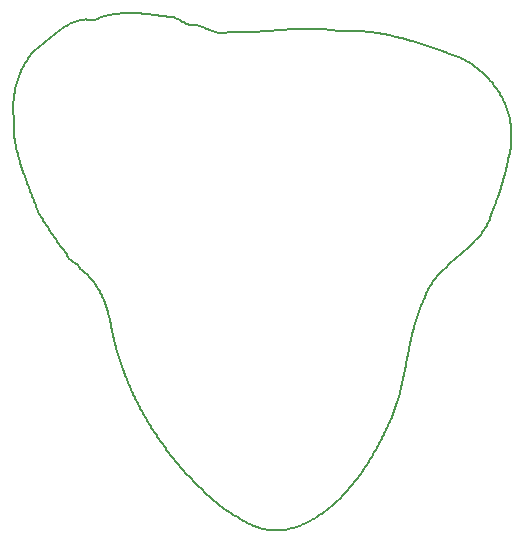
<source format=gbr>
G04 ( created by brdgerber.py ( brdgerber.py v0.1 2014-03-12 ) ) date 2021-02-01 19:08:38 EST*
G04 Gerber Fmt 3.4, Leading zero omitted, Abs format*
%MOIN*%
%FSLAX34Y34*%
G01*
G70*
G90*
G04 APERTURE LIST*
%ADD26C,0.0039*%
%ADD24R,0.0315X0.0394*%
%ADD21C,0.0000*%
%ADD13C,0.0200*%
%ADD19R,0.0393X0.0314*%
%ADD27C,0.0031*%
%ADD18C,0.0354*%
%ADD10R,0.0236X0.0551*%
%ADD14R,0.2000X0.2000*%
%ADD11C,0.0060*%
%ADD23C,0.0471*%
%ADD15R,0.3000X0.3000*%
%ADD25C,0.0047*%
%ADD22C,0.0059*%
%ADD12C,0.0050*%
%ADD16R,0.0600X0.0800*%
%ADD20R,0.0275X0.0590*%
%ADD17R,0.0800X0.0600*%
G04 APERTURE END LIST*
G54D26*
D12*
G01X-31402Y-09640D02*
G01X-31351Y-09636D01*
D12*
G01X-31351Y-09636D02*
G01X-31300Y-09632D01*
D12*
G01X-31300Y-09632D02*
G01X-31249Y-09628D01*
D12*
G01X-31249Y-09628D02*
G01X-31199Y-09625D01*
D12*
G01X-31199Y-09625D02*
G01X-31149Y-09621D01*
D12*
G01X-31149Y-09621D02*
G01X-31099Y-09617D01*
D12*
G01X-31099Y-09617D02*
G01X-31050Y-09613D01*
D12*
G01X-31050Y-09613D02*
G01X-31050Y-09613D01*
D12*
G01X-31050Y-09613D02*
G01X-31001Y-09609D01*
D12*
G01X-31001Y-09609D02*
G01X-30952Y-09605D01*
D12*
G01X-30952Y-09605D02*
G01X-30903Y-09601D01*
D12*
G01X-30903Y-09601D02*
G01X-30855Y-09597D01*
D12*
G01X-30855Y-09597D02*
G01X-30806Y-09594D01*
D12*
G01X-30806Y-09594D02*
G01X-30758Y-09590D01*
D12*
G01X-30758Y-09590D02*
G01X-30710Y-09586D01*
D12*
G01X-30710Y-09586D02*
G01X-30662Y-09583D01*
D12*
G01X-30662Y-09583D02*
G01X-30614Y-09580D01*
D12*
G01X-30614Y-09580D02*
G01X-30566Y-09577D01*
D12*
G01X-30566Y-09577D02*
G01X-30518Y-09574D01*
D12*
G01X-30518Y-09574D02*
G01X-30470Y-09571D01*
D12*
G01X-30470Y-09571D02*
G01X-30423Y-09568D01*
D12*
G01X-30423Y-09568D02*
G01X-30375Y-09566D01*
D12*
G01X-30375Y-09566D02*
G01X-30327Y-09563D01*
D12*
G01X-30327Y-09563D02*
G01X-30279Y-09561D01*
D12*
G01X-30279Y-09561D02*
G01X-30231Y-09560D01*
D12*
G01X-30231Y-09560D02*
G01X-30183Y-09558D01*
D12*
G01X-30183Y-09558D02*
G01X-30135Y-09557D01*
D12*
G01X-30135Y-09557D02*
G01X-30087Y-09556D01*
D12*
G01X-30087Y-09556D02*
G01X-30038Y-09555D01*
D12*
G01X-30038Y-09555D02*
G01X-29989Y-09555D01*
D12*
G01X-29989Y-09555D02*
G01X-29941Y-09555D01*
D12*
G01X-29941Y-09555D02*
G01X-29892Y-09555D01*
D12*
G01X-29892Y-09555D02*
G01X-29843Y-09556D01*
D12*
G01X-29843Y-09556D02*
G01X-29793Y-09557D01*
D12*
G01X-29793Y-09557D02*
G01X-29743Y-09559D01*
D12*
G01X-29743Y-09559D02*
G01X-29694Y-09561D01*
D12*
G01X-29694Y-09561D02*
G01X-29643Y-09563D01*
D12*
G01X-29643Y-09563D02*
G01X-29593Y-09566D01*
D12*
G01X-29593Y-09566D02*
G01X-29542Y-09569D01*
D12*
G01X-29542Y-09569D02*
G01X-29491Y-09572D01*
D12*
G01X-29491Y-09572D02*
G01X-29439Y-09576D01*
D12*
G01X-29439Y-09576D02*
G01X-29387Y-09581D01*
D12*
G01X-29387Y-09581D02*
G01X-29335Y-09586D01*
D12*
G01X-29335Y-09586D02*
G01X-29282Y-09592D01*
D12*
G01X-29282Y-09592D02*
G01X-29228Y-09598D01*
D12*
G01X-29228Y-09598D02*
G01X-29175Y-09604D01*
D12*
G01X-29175Y-09604D02*
G01X-29120Y-09611D01*
D12*
G01X-29120Y-09611D02*
G01X-29066Y-09619D01*
D12*
G01X-29066Y-09619D02*
G01X-29011Y-09628D01*
D12*
G01X-29011Y-09628D02*
G01X-28955Y-09636D01*
D12*
G01X-28955Y-09636D02*
G01X-28900Y-09646D01*
D12*
G01X-28900Y-09646D02*
G01X-28849Y-09642D01*
D12*
G01X-28849Y-09642D02*
G01X-28797Y-09639D01*
D12*
G01X-28797Y-09639D02*
G01X-28744Y-09637D01*
D12*
G01X-28744Y-09637D02*
G01X-28692Y-09635D01*
D12*
G01X-28692Y-09635D02*
G01X-28639Y-09633D01*
D12*
G01X-28639Y-09633D02*
G01X-28587Y-09633D01*
D12*
G01X-28587Y-09633D02*
G01X-28535Y-09633D01*
D12*
G01X-28535Y-09633D02*
G01X-28482Y-09633D01*
D12*
G01X-28482Y-09633D02*
G01X-28430Y-09634D01*
D12*
G01X-28430Y-09634D02*
G01X-28378Y-09635D01*
D12*
G01X-28378Y-09635D02*
G01X-28326Y-09637D01*
D12*
G01X-28326Y-09637D02*
G01X-28274Y-09640D01*
D12*
G01X-28274Y-09640D02*
G01X-28222Y-09643D01*
D12*
G01X-28222Y-09643D02*
G01X-28170Y-09646D01*
D12*
G01X-28170Y-09646D02*
G01X-28118Y-09650D01*
D12*
G01X-28118Y-09650D02*
G01X-28066Y-09655D01*
D12*
G01X-28066Y-09655D02*
G01X-28014Y-09659D01*
D12*
G01X-28014Y-09659D02*
G01X-27962Y-09665D01*
D12*
G01X-27962Y-09665D02*
G01X-27910Y-09671D01*
D12*
G01X-27910Y-09671D02*
G01X-27859Y-09677D01*
D12*
G01X-27859Y-09677D02*
G01X-27807Y-09684D01*
D12*
G01X-27807Y-09684D02*
G01X-27755Y-09691D01*
D12*
G01X-27755Y-09691D02*
G01X-27704Y-09698D01*
D12*
G01X-27704Y-09698D02*
G01X-27652Y-09706D01*
D12*
G01X-27652Y-09706D02*
G01X-27601Y-09715D01*
D12*
G01X-27601Y-09715D02*
G01X-27550Y-09724D01*
D12*
G01X-27550Y-09724D02*
G01X-27498Y-09733D01*
D12*
G01X-27498Y-09733D02*
G01X-27447Y-09742D01*
D12*
G01X-27447Y-09742D02*
G01X-27396Y-09752D01*
D12*
G01X-27396Y-09752D02*
G01X-27344Y-09762D01*
D12*
G01X-27344Y-09762D02*
G01X-27293Y-09773D01*
D12*
G01X-27293Y-09773D02*
G01X-27242Y-09784D01*
D12*
G01X-27242Y-09784D02*
G01X-27191Y-09795D01*
D12*
G01X-27191Y-09795D02*
G01X-27140Y-09807D01*
D12*
G01X-27140Y-09807D02*
G01X-27089Y-09819D01*
D12*
G01X-27089Y-09819D02*
G01X-27038Y-09831D01*
D12*
G01X-27038Y-09831D02*
G01X-26987Y-09844D01*
D12*
G01X-26987Y-09844D02*
G01X-26937Y-09856D01*
D12*
G01X-26937Y-09856D02*
G01X-26886Y-09870D01*
D12*
G01X-26886Y-09870D02*
G01X-26835Y-09883D01*
D12*
G01X-26835Y-09883D02*
G01X-26784Y-09897D01*
D12*
G01X-26784Y-09897D02*
G01X-26734Y-09911D01*
D12*
G01X-26734Y-09911D02*
G01X-26683Y-09925D01*
D12*
G01X-26683Y-09925D02*
G01X-26633Y-09939D01*
D12*
G01X-26633Y-09939D02*
G01X-26582Y-09954D01*
D12*
G01X-26582Y-09954D02*
G01X-26532Y-09969D01*
D12*
G01X-26532Y-09969D02*
G01X-26482Y-09984D01*
D12*
G01X-26482Y-09984D02*
G01X-26431Y-09999D01*
D12*
G01X-26431Y-09999D02*
G01X-26381Y-10014D01*
D12*
G01X-26381Y-10014D02*
G01X-26331Y-10030D01*
D12*
G01X-26331Y-10030D02*
G01X-26281Y-10046D01*
D12*
G01X-26281Y-10046D02*
G01X-26231Y-10062D01*
D12*
G01X-26231Y-10062D02*
G01X-26181Y-10078D01*
D12*
G01X-26181Y-10078D02*
G01X-26131Y-10094D01*
D12*
G01X-26131Y-10094D02*
G01X-26081Y-10111D01*
D12*
G01X-26081Y-10111D02*
G01X-26031Y-10127D01*
D12*
G01X-26031Y-10127D02*
G01X-25982Y-10144D01*
D12*
G01X-25982Y-10144D02*
G01X-25932Y-10161D01*
D12*
G01X-25932Y-10161D02*
G01X-25882Y-10178D01*
D12*
G01X-25882Y-10178D02*
G01X-25833Y-10195D01*
D12*
G01X-25833Y-10195D02*
G01X-25783Y-10212D01*
D12*
G01X-25783Y-10212D02*
G01X-25734Y-10229D01*
D12*
G01X-25734Y-10229D02*
G01X-25684Y-10247D01*
D12*
G01X-25684Y-10247D02*
G01X-25635Y-10264D01*
D12*
G01X-25635Y-10264D02*
G01X-25586Y-10281D01*
D12*
G01X-25586Y-10281D02*
G01X-25536Y-10299D01*
D12*
G01X-25536Y-10299D02*
G01X-25487Y-10316D01*
D12*
G01X-25487Y-10316D02*
G01X-25438Y-10334D01*
D12*
G01X-25438Y-10334D02*
G01X-25389Y-10351D01*
D12*
G01X-25389Y-10351D02*
G01X-25340Y-10369D01*
D12*
G01X-25340Y-10369D02*
G01X-25291Y-10387D01*
D12*
G01X-25291Y-10387D02*
G01X-25242Y-10404D01*
D12*
G01X-25242Y-10404D02*
G01X-25194Y-10422D01*
D12*
G01X-25194Y-10422D02*
G01X-25145Y-10439D01*
D12*
G01X-25145Y-10439D02*
G01X-25145Y-10439D01*
D12*
G01X-25145Y-10439D02*
G01X-25096Y-10457D01*
D12*
G01X-25096Y-10457D02*
G01X-25096Y-10457D01*
D12*
G01X-25096Y-10457D02*
G01X-25048Y-10474D01*
D12*
G01X-25048Y-10474D02*
G01X-24999Y-10492D01*
D12*
G01X-24999Y-10492D02*
G01X-24950Y-10513D01*
D12*
G01X-24950Y-10513D02*
G01X-24901Y-10535D01*
D12*
G01X-24901Y-10535D02*
G01X-24854Y-10558D01*
D12*
G01X-24854Y-10558D02*
G01X-24806Y-10581D01*
D12*
G01X-24806Y-10581D02*
G01X-24760Y-10606D01*
D12*
G01X-24760Y-10606D02*
G01X-24713Y-10631D01*
D12*
G01X-24713Y-10631D02*
G01X-24667Y-10657D01*
D12*
G01X-24667Y-10657D02*
G01X-24622Y-10684D01*
D12*
G01X-24622Y-10684D02*
G01X-24577Y-10712D01*
D12*
G01X-24577Y-10712D02*
G01X-24533Y-10740D01*
D12*
G01X-24533Y-10740D02*
G01X-24489Y-10770D01*
D12*
G01X-24489Y-10770D02*
G01X-24446Y-10799D01*
D12*
G01X-24446Y-10799D02*
G01X-24403Y-10830D01*
D12*
G01X-24403Y-10830D02*
G01X-24361Y-10862D01*
D12*
G01X-24361Y-10862D02*
G01X-24319Y-10894D01*
D12*
G01X-24319Y-10894D02*
G01X-24278Y-10927D01*
D12*
G01X-24278Y-10927D02*
G01X-24238Y-10960D01*
D12*
G01X-24238Y-10960D02*
G01X-24198Y-10994D01*
D12*
G01X-24198Y-10994D02*
G01X-24159Y-11029D01*
D12*
G01X-24159Y-11029D02*
G01X-24120Y-11065D01*
D12*
G01X-24120Y-11065D02*
G01X-24083Y-11101D01*
D12*
G01X-24083Y-11101D02*
G01X-24045Y-11138D01*
D12*
G01X-24045Y-11138D02*
G01X-24009Y-11175D01*
D12*
G01X-24009Y-11175D02*
G01X-23973Y-11213D01*
D12*
G01X-23973Y-11213D02*
G01X-23937Y-11252D01*
D12*
G01X-23937Y-11252D02*
G01X-23903Y-11291D01*
D12*
G01X-23903Y-11291D02*
G01X-23869Y-11331D01*
D12*
G01X-23869Y-11331D02*
G01X-23836Y-11371D01*
D12*
G01X-23836Y-11371D02*
G01X-23803Y-11412D01*
D12*
G01X-23803Y-11412D02*
G01X-23772Y-11454D01*
D12*
G01X-23772Y-11454D02*
G01X-23741Y-11496D01*
D12*
G01X-23741Y-11496D02*
G01X-23710Y-11538D01*
D12*
G01X-23710Y-11538D02*
G01X-23681Y-11581D01*
D12*
G01X-23681Y-11581D02*
G01X-23652Y-11625D01*
D12*
G01X-23652Y-11625D02*
G01X-23624Y-11669D01*
D12*
G01X-23624Y-11669D02*
G01X-23597Y-11713D01*
D12*
G01X-23597Y-11713D02*
G01X-23571Y-11758D01*
D12*
G01X-23571Y-11758D02*
G01X-23545Y-11804D01*
D12*
G01X-23545Y-11804D02*
G01X-23521Y-11850D01*
D12*
G01X-23521Y-11850D02*
G01X-23497Y-11896D01*
D12*
G01X-23497Y-11896D02*
G01X-23474Y-11943D01*
D12*
G01X-23474Y-11943D02*
G01X-23452Y-11990D01*
D12*
G01X-23452Y-11990D02*
G01X-23430Y-12037D01*
D12*
G01X-23430Y-12037D02*
G01X-23410Y-12085D01*
D12*
G01X-23410Y-12085D02*
G01X-23390Y-12134D01*
D12*
G01X-23390Y-12134D02*
G01X-23372Y-12182D01*
D12*
G01X-23372Y-12182D02*
G01X-23354Y-12231D01*
D12*
G01X-23354Y-12231D02*
G01X-23337Y-12280D01*
D12*
G01X-23337Y-12280D02*
G01X-23322Y-12330D01*
D12*
G01X-23322Y-12330D02*
G01X-23307Y-12380D01*
D12*
G01X-23307Y-12380D02*
G01X-23293Y-12430D01*
D12*
G01X-23293Y-12430D02*
G01X-23280Y-12481D01*
D12*
G01X-23280Y-12481D02*
G01X-23268Y-12532D01*
D12*
G01X-23268Y-12532D02*
G01X-23257Y-12583D01*
D12*
G01X-23257Y-12583D02*
G01X-23247Y-12634D01*
D12*
G01X-23247Y-12634D02*
G01X-23238Y-12686D01*
D12*
G01X-23238Y-12686D02*
G01X-23230Y-12738D01*
D12*
G01X-23230Y-12738D02*
G01X-23223Y-12790D01*
D12*
G01X-23223Y-12790D02*
G01X-23217Y-12842D01*
D12*
G01X-23217Y-12842D02*
G01X-23212Y-12894D01*
D12*
G01X-23212Y-12894D02*
G01X-23209Y-12947D01*
D12*
G01X-23209Y-12947D02*
G01X-23206Y-13000D01*
D12*
G01X-23206Y-13000D02*
G01X-23204Y-13053D01*
D12*
G01X-23204Y-13053D02*
G01X-23204Y-13106D01*
D12*
G01X-23204Y-13106D02*
G01X-23204Y-13159D01*
D12*
G01X-23204Y-13159D02*
G01X-23206Y-13213D01*
D12*
G01X-23206Y-13213D02*
G01X-23209Y-13266D01*
D12*
G01X-23209Y-13266D02*
G01X-23213Y-13319D01*
D12*
G01X-23213Y-13319D02*
G01X-23209Y-13378D01*
D12*
G01X-23209Y-13378D02*
G01X-23210Y-13438D01*
D12*
G01X-23210Y-13438D02*
G01X-23216Y-13497D01*
D12*
G01X-23216Y-13497D02*
G01X-23225Y-13556D01*
D12*
G01X-23225Y-13556D02*
G01X-23237Y-13614D01*
D12*
G01X-23237Y-13614D02*
G01X-23251Y-13671D01*
D12*
G01X-23251Y-13671D02*
G01X-23266Y-13727D01*
D12*
G01X-23266Y-13727D02*
G01X-23282Y-13781D01*
D12*
G01X-23282Y-13781D02*
G01X-23297Y-13833D01*
D12*
G01X-23297Y-13833D02*
G01X-23310Y-13883D01*
D12*
G01X-23310Y-13883D02*
G01X-23322Y-13930D01*
D12*
G01X-23322Y-13930D02*
G01X-23331Y-13975D01*
D12*
G01X-23331Y-13975D02*
G01X-23336Y-14017D01*
D12*
G01X-23336Y-14017D02*
G01X-23337Y-14058D01*
D12*
G01X-23337Y-14058D02*
G01X-23360Y-14145D01*
D12*
G01X-23360Y-14145D02*
G01X-23381Y-14223D01*
D12*
G01X-23381Y-14223D02*
G01X-23400Y-14295D01*
D12*
G01X-23400Y-14295D02*
G01X-23418Y-14360D01*
D12*
G01X-23418Y-14360D02*
G01X-23433Y-14419D01*
D12*
G01X-23433Y-14419D02*
G01X-23447Y-14473D01*
D12*
G01X-23447Y-14473D02*
G01X-23460Y-14521D01*
D12*
G01X-23460Y-14521D02*
G01X-23472Y-14565D01*
D12*
G01X-23472Y-14565D02*
G01X-23472Y-14565D01*
D12*
G01X-23472Y-14565D02*
G01X-23482Y-14605D01*
D12*
G01X-23482Y-14605D02*
G01X-23492Y-14642D01*
D12*
G01X-23492Y-14642D02*
G01X-23501Y-14675D01*
D12*
G01X-23501Y-14675D02*
G01X-23509Y-14705D01*
D12*
G01X-23509Y-14705D02*
G01X-23516Y-14733D01*
D12*
G01X-23516Y-14733D02*
G01X-23523Y-14760D01*
D12*
G01X-23523Y-14760D02*
G01X-23530Y-14785D01*
D12*
G01X-23530Y-14785D02*
G01X-23537Y-14809D01*
D12*
G01X-23537Y-14809D02*
G01X-23544Y-14832D01*
D12*
G01X-23544Y-14832D02*
G01X-23551Y-14855D01*
D12*
G01X-23551Y-14855D02*
G01X-23559Y-14879D01*
D12*
G01X-23559Y-14879D02*
G01X-23567Y-14904D01*
D12*
G01X-23567Y-14904D02*
G01X-23575Y-14930D01*
D12*
G01X-23575Y-14930D02*
G01X-23584Y-14957D01*
D12*
G01X-23584Y-14957D02*
G01X-23595Y-14987D01*
D12*
G01X-23595Y-14987D02*
G01X-23606Y-15019D01*
D12*
G01X-23606Y-15019D02*
G01X-23618Y-15055D01*
D12*
G01X-23618Y-15055D02*
G01X-23632Y-15094D01*
D12*
G01X-23632Y-15094D02*
G01X-23647Y-15136D01*
D12*
G01X-23647Y-15136D02*
G01X-23664Y-15184D01*
D12*
G01X-23664Y-15184D02*
G01X-23683Y-15236D01*
D12*
G01X-23683Y-15236D02*
G01X-23703Y-15294D01*
D12*
G01X-23703Y-15294D02*
G01X-23725Y-15357D01*
D12*
G01X-23725Y-15357D02*
G01X-23750Y-15426D01*
D12*
G01X-23750Y-15426D02*
G01X-23777Y-15503D01*
D12*
G01X-23777Y-15503D02*
G01X-23806Y-15586D01*
D12*
G01X-23806Y-15586D02*
G01X-23806Y-15586D01*
D12*
G01X-23806Y-15586D02*
G01X-23838Y-15677D01*
D12*
G01X-23838Y-15677D02*
G01X-23838Y-15677D01*
D12*
G01X-23838Y-15677D02*
G01X-23873Y-15776D01*
D12*
G01X-23873Y-15776D02*
G01X-23911Y-15884D01*
D12*
G01X-23911Y-15884D02*
G01X-23932Y-15934D01*
D12*
G01X-23932Y-15934D02*
G01X-23955Y-15982D01*
D12*
G01X-23955Y-15982D02*
G01X-23978Y-16030D01*
D12*
G01X-23978Y-16030D02*
G01X-24003Y-16077D01*
D12*
G01X-24003Y-16077D02*
G01X-24029Y-16123D01*
D12*
G01X-24029Y-16123D02*
G01X-24055Y-16168D01*
D12*
G01X-24055Y-16168D02*
G01X-24083Y-16212D01*
D12*
G01X-24083Y-16212D02*
G01X-24111Y-16255D01*
D12*
G01X-24111Y-16255D02*
G01X-24141Y-16298D01*
D12*
G01X-24141Y-16298D02*
G01X-24171Y-16340D01*
D12*
G01X-24171Y-16340D02*
G01X-24202Y-16381D01*
D12*
G01X-24202Y-16381D02*
G01X-24234Y-16422D01*
D12*
G01X-24234Y-16422D02*
G01X-24266Y-16462D01*
D12*
G01X-24266Y-16462D02*
G01X-24300Y-16502D01*
D12*
G01X-24300Y-16502D02*
G01X-24334Y-16541D01*
D12*
G01X-24334Y-16541D02*
G01X-24368Y-16579D01*
D12*
G01X-24368Y-16579D02*
G01X-24403Y-16617D01*
D12*
G01X-24403Y-16617D02*
G01X-24439Y-16654D01*
D12*
G01X-24439Y-16654D02*
G01X-24475Y-16691D01*
D12*
G01X-24475Y-16691D02*
G01X-24512Y-16728D01*
D12*
G01X-24512Y-16728D02*
G01X-24549Y-16764D01*
D12*
G01X-24549Y-16764D02*
G01X-24586Y-16800D01*
D12*
G01X-24586Y-16800D02*
G01X-24624Y-16835D01*
D12*
G01X-24624Y-16835D02*
G01X-24662Y-16870D01*
D12*
G01X-24662Y-16870D02*
G01X-24701Y-16905D01*
D12*
G01X-24701Y-16905D02*
G01X-24739Y-16940D01*
D12*
G01X-24739Y-16940D02*
G01X-24778Y-16974D01*
D12*
G01X-24778Y-16974D02*
G01X-24818Y-17009D01*
D12*
G01X-24818Y-17009D02*
G01X-24857Y-17043D01*
D12*
G01X-24857Y-17043D02*
G01X-24896Y-17077D01*
D12*
G01X-24896Y-17077D02*
G01X-24936Y-17111D01*
D12*
G01X-24936Y-17111D02*
G01X-24975Y-17145D01*
D12*
G01X-24975Y-17145D02*
G01X-25015Y-17178D01*
D12*
G01X-25015Y-17178D02*
G01X-25015Y-17178D01*
D12*
G01X-25015Y-17178D02*
G01X-25054Y-17212D01*
D12*
G01X-25054Y-17212D02*
G01X-25094Y-17246D01*
D12*
G01X-25094Y-17246D02*
G01X-25133Y-17280D01*
D12*
G01X-25133Y-17280D02*
G01X-25172Y-17314D01*
D12*
G01X-25172Y-17314D02*
G01X-25211Y-17349D01*
D12*
G01X-25211Y-17349D02*
G01X-25250Y-17383D01*
D12*
G01X-25250Y-17383D02*
G01X-25288Y-17417D01*
D12*
G01X-25288Y-17417D02*
G01X-25326Y-17452D01*
D12*
G01X-25326Y-17452D02*
G01X-25364Y-17487D01*
D12*
G01X-25364Y-17487D02*
G01X-25402Y-17522D01*
D12*
G01X-25402Y-17522D02*
G01X-25439Y-17558D01*
D12*
G01X-25439Y-17558D02*
G01X-25476Y-17594D01*
D12*
G01X-25476Y-17594D02*
G01X-25512Y-17630D01*
D12*
G01X-25512Y-17630D02*
G01X-25548Y-17667D01*
D12*
G01X-25548Y-17667D02*
G01X-25583Y-17704D01*
D12*
G01X-25583Y-17704D02*
G01X-25617Y-17742D01*
D12*
G01X-25617Y-17742D02*
G01X-25651Y-17780D01*
D12*
G01X-25651Y-17780D02*
G01X-25685Y-17818D01*
D12*
G01X-25685Y-17818D02*
G01X-25717Y-17857D01*
D12*
G01X-25717Y-17857D02*
G01X-25749Y-17897D01*
D12*
G01X-25749Y-17897D02*
G01X-25780Y-17937D01*
D12*
G01X-25780Y-17937D02*
G01X-25811Y-17978D01*
D12*
G01X-25811Y-17978D02*
G01X-25840Y-18019D01*
D12*
G01X-25840Y-18019D02*
G01X-25869Y-18062D01*
D12*
G01X-25869Y-18062D02*
G01X-25897Y-18105D01*
D12*
G01X-25897Y-18105D02*
G01X-25924Y-18148D01*
D12*
G01X-25924Y-18148D02*
G01X-25950Y-18193D01*
D12*
G01X-25950Y-18193D02*
G01X-25974Y-18238D01*
D12*
G01X-25974Y-18238D02*
G01X-25998Y-18284D01*
D12*
G01X-25998Y-18284D02*
G01X-26021Y-18331D01*
D12*
G01X-26021Y-18331D02*
G01X-26043Y-18379D01*
D12*
G01X-26043Y-18379D02*
G01X-26063Y-18428D01*
D12*
G01X-26063Y-18428D02*
G01X-26083Y-18478D01*
D12*
G01X-26083Y-18478D02*
G01X-26101Y-18529D01*
D12*
G01X-26101Y-18529D02*
G01X-26124Y-18577D01*
D12*
G01X-26124Y-18577D02*
G01X-26146Y-18624D01*
D12*
G01X-26146Y-18624D02*
G01X-26167Y-18672D01*
D12*
G01X-26167Y-18672D02*
G01X-26188Y-18720D01*
D12*
G01X-26188Y-18720D02*
G01X-26208Y-18768D01*
D12*
G01X-26208Y-18768D02*
G01X-26227Y-18816D01*
D12*
G01X-26227Y-18816D02*
G01X-26246Y-18864D01*
D12*
G01X-26246Y-18864D02*
G01X-26265Y-18912D01*
D12*
G01X-26265Y-18912D02*
G01X-26283Y-18961D01*
D12*
G01X-26283Y-18961D02*
G01X-26301Y-19009D01*
D12*
G01X-26301Y-19009D02*
G01X-26318Y-19058D01*
D12*
G01X-26318Y-19058D02*
G01X-26334Y-19107D01*
D12*
G01X-26334Y-19107D02*
G01X-26350Y-19156D01*
D12*
G01X-26350Y-19156D02*
G01X-26366Y-19205D01*
D12*
G01X-26366Y-19205D02*
G01X-26382Y-19255D01*
D12*
G01X-26382Y-19255D02*
G01X-26396Y-19304D01*
D12*
G01X-26396Y-19304D02*
G01X-26411Y-19354D01*
D12*
G01X-26411Y-19354D02*
G01X-26425Y-19404D01*
D12*
G01X-26425Y-19404D02*
G01X-26439Y-19453D01*
D12*
G01X-26439Y-19453D02*
G01X-26453Y-19503D01*
D12*
G01X-26453Y-19503D02*
G01X-26466Y-19553D01*
D12*
G01X-26466Y-19553D02*
G01X-26479Y-19603D01*
D12*
G01X-26479Y-19603D02*
G01X-26491Y-19653D01*
D12*
G01X-26491Y-19653D02*
G01X-26503Y-19704D01*
D12*
G01X-26503Y-19704D02*
G01X-26515Y-19754D01*
D12*
G01X-26515Y-19754D02*
G01X-26527Y-19804D01*
D12*
G01X-26527Y-19804D02*
G01X-26539Y-19855D01*
D12*
G01X-26539Y-19855D02*
G01X-26550Y-19905D01*
D12*
G01X-26550Y-19905D02*
G01X-26561Y-19956D01*
D12*
G01X-26561Y-19956D02*
G01X-26572Y-20007D01*
D12*
G01X-26572Y-20007D02*
G01X-26583Y-20057D01*
D12*
G01X-26583Y-20057D02*
G01X-26593Y-20108D01*
D12*
G01X-26593Y-20108D02*
G01X-26604Y-20159D01*
D12*
G01X-26604Y-20159D02*
G01X-26614Y-20210D01*
D12*
G01X-26614Y-20210D02*
G01X-26624Y-20261D01*
D12*
G01X-26624Y-20261D02*
G01X-26634Y-20312D01*
D12*
G01X-26634Y-20312D02*
G01X-26644Y-20363D01*
D12*
G01X-26644Y-20363D02*
G01X-26654Y-20414D01*
D12*
G01X-26654Y-20414D02*
G01X-26654Y-20414D01*
D12*
G01X-26654Y-20414D02*
G01X-26664Y-20465D01*
D12*
G01X-26664Y-20465D02*
G01X-26674Y-20516D01*
D12*
G01X-26674Y-20516D02*
G01X-26683Y-20567D01*
D12*
G01X-26683Y-20567D02*
G01X-26693Y-20618D01*
D12*
G01X-26693Y-20618D02*
G01X-26703Y-20669D01*
D12*
G01X-26703Y-20669D02*
G01X-26713Y-20720D01*
D12*
G01X-26713Y-20720D02*
G01X-26722Y-20771D01*
D12*
G01X-26722Y-20771D02*
G01X-26732Y-20823D01*
D12*
G01X-26732Y-20823D02*
G01X-26742Y-20874D01*
D12*
G01X-26742Y-20874D02*
G01X-26752Y-20925D01*
D12*
G01X-26752Y-20925D02*
G01X-26762Y-20976D01*
D12*
G01X-26762Y-20976D02*
G01X-26772Y-21027D01*
D12*
G01X-26772Y-21027D02*
G01X-26783Y-21078D01*
D12*
G01X-26783Y-21078D02*
G01X-26793Y-21129D01*
D12*
G01X-26793Y-21129D02*
G01X-26804Y-21180D01*
D12*
G01X-26804Y-21180D02*
G01X-26814Y-21231D01*
D12*
G01X-26814Y-21231D02*
G01X-26825Y-21281D01*
D12*
G01X-26825Y-21281D02*
G01X-26837Y-21332D01*
D12*
G01X-26837Y-21332D02*
G01X-26848Y-21383D01*
D12*
G01X-26848Y-21383D02*
G01X-26859Y-21434D01*
D12*
G01X-26859Y-21434D02*
G01X-26871Y-21484D01*
D12*
G01X-26871Y-21484D02*
G01X-26883Y-21535D01*
D12*
G01X-26883Y-21535D02*
G01X-26896Y-21585D01*
D12*
G01X-26896Y-21585D02*
G01X-26908Y-21636D01*
D12*
G01X-26908Y-21636D02*
G01X-26921Y-21686D01*
D12*
G01X-26921Y-21686D02*
G01X-26934Y-21736D01*
D12*
G01X-26934Y-21736D02*
G01X-26948Y-21786D01*
D12*
G01X-26948Y-21786D02*
G01X-26962Y-21837D01*
D12*
G01X-26962Y-21837D02*
G01X-26976Y-21887D01*
D12*
G01X-26976Y-21887D02*
G01X-26991Y-21936D01*
D12*
G01X-26991Y-21936D02*
G01X-27006Y-21986D01*
D12*
G01X-27006Y-21986D02*
G01X-27021Y-22036D01*
D12*
G01X-27021Y-22036D02*
G01X-27037Y-22085D01*
D12*
G01X-27037Y-22085D02*
G01X-27053Y-22135D01*
D12*
G01X-27053Y-22135D02*
G01X-27070Y-22184D01*
D12*
G01X-27070Y-22184D02*
G01X-27087Y-22233D01*
D12*
G01X-27087Y-22233D02*
G01X-27105Y-22282D01*
D12*
G01X-27105Y-22282D02*
G01X-27123Y-22331D01*
D12*
G01X-27123Y-22331D02*
G01X-27142Y-22380D01*
D12*
G01X-27142Y-22380D02*
G01X-27161Y-22429D01*
D12*
G01X-27161Y-22429D02*
G01X-27180Y-22477D01*
D12*
G01X-27180Y-22477D02*
G01X-27201Y-22526D01*
D12*
G01X-27201Y-22526D02*
G01X-27222Y-22574D01*
D12*
G01X-27222Y-22574D02*
G01X-27243Y-22622D01*
D12*
G01X-27243Y-22622D02*
G01X-27265Y-22670D01*
D12*
G01X-27265Y-22670D02*
G01X-27288Y-22717D01*
D12*
G01X-27288Y-22717D02*
G01X-27309Y-22764D01*
D12*
G01X-27309Y-22764D02*
G01X-27330Y-22810D01*
D12*
G01X-27330Y-22810D02*
G01X-27351Y-22856D01*
D12*
G01X-27351Y-22856D02*
G01X-27373Y-22903D01*
D12*
G01X-27373Y-22903D02*
G01X-27395Y-22949D01*
D12*
G01X-27395Y-22949D02*
G01X-27417Y-22995D01*
D12*
G01X-27417Y-22995D02*
G01X-27440Y-23042D01*
D12*
G01X-27440Y-23042D02*
G01X-27462Y-23088D01*
D12*
G01X-27462Y-23088D02*
G01X-27485Y-23134D01*
D12*
G01X-27485Y-23134D02*
G01X-27508Y-23180D01*
D12*
G01X-27508Y-23180D02*
G01X-27532Y-23227D01*
D12*
G01X-27532Y-23227D02*
G01X-27555Y-23273D01*
D12*
G01X-27555Y-23273D02*
G01X-27579Y-23319D01*
D12*
G01X-27579Y-23319D02*
G01X-27603Y-23365D01*
D12*
G01X-27603Y-23365D02*
G01X-27627Y-23411D01*
D12*
G01X-27627Y-23411D02*
G01X-27652Y-23457D01*
D12*
G01X-27652Y-23457D02*
G01X-27677Y-23503D01*
D12*
G01X-27677Y-23503D02*
G01X-27702Y-23549D01*
D12*
G01X-27702Y-23549D02*
G01X-27727Y-23594D01*
D12*
G01X-27727Y-23594D02*
G01X-27753Y-23640D01*
D12*
G01X-27753Y-23640D02*
G01X-27779Y-23685D01*
D12*
G01X-27779Y-23685D02*
G01X-27805Y-23731D01*
D12*
G01X-27805Y-23731D02*
G01X-27831Y-23776D01*
D12*
G01X-27831Y-23776D02*
G01X-27857Y-23821D01*
D12*
G01X-27857Y-23821D02*
G01X-27884Y-23866D01*
D12*
G01X-27884Y-23866D02*
G01X-27911Y-23911D01*
D12*
G01X-27911Y-23911D02*
G01X-27939Y-23955D01*
D12*
G01X-27939Y-23955D02*
G01X-27967Y-24000D01*
D12*
G01X-27967Y-24000D02*
G01X-27994Y-24044D01*
D12*
G01X-27994Y-24044D02*
G01X-28023Y-24088D01*
D12*
G01X-28023Y-24088D02*
G01X-28051Y-24132D01*
D12*
G01X-28051Y-24132D02*
G01X-28080Y-24176D01*
D12*
G01X-28080Y-24176D02*
G01X-28109Y-24220D01*
D12*
G01X-28109Y-24220D02*
G01X-28138Y-24263D01*
D12*
G01X-28138Y-24263D02*
G01X-28168Y-24306D01*
D12*
G01X-28168Y-24306D02*
G01X-28198Y-24349D01*
D12*
G01X-28198Y-24349D02*
G01X-28228Y-24392D01*
D12*
G01X-28228Y-24392D02*
G01X-28259Y-24434D01*
D12*
G01X-28259Y-24434D02*
G01X-28289Y-24477D01*
D12*
G01X-28289Y-24477D02*
G01X-28320Y-24519D01*
D12*
G01X-28320Y-24519D02*
G01X-28352Y-24560D01*
D12*
G01X-28352Y-24560D02*
G01X-28384Y-24602D01*
D12*
G01X-28384Y-24602D02*
G01X-28416Y-24643D01*
D12*
G01X-28416Y-24643D02*
G01X-28448Y-24684D01*
D12*
G01X-28448Y-24684D02*
G01X-28480Y-24725D01*
D12*
G01X-28480Y-24725D02*
G01X-28513Y-24765D01*
D12*
G01X-28513Y-24765D02*
G01X-28547Y-24805D01*
D12*
G01X-28547Y-24805D02*
G01X-28580Y-24845D01*
D12*
G01X-28580Y-24845D02*
G01X-28614Y-24884D01*
D12*
G01X-28614Y-24884D02*
G01X-28648Y-24924D01*
D12*
G01X-28648Y-24924D02*
G01X-28683Y-24962D01*
D12*
G01X-28683Y-24962D02*
G01X-28718Y-25001D01*
D12*
G01X-28718Y-25001D02*
G01X-28753Y-25039D01*
D12*
G01X-28753Y-25039D02*
G01X-28788Y-25077D01*
D12*
G01X-28788Y-25077D02*
G01X-28824Y-25114D01*
D12*
G01X-28824Y-25114D02*
G01X-28860Y-25151D01*
D12*
G01X-28860Y-25151D02*
G01X-28897Y-25188D01*
D12*
G01X-28897Y-25188D02*
G01X-28934Y-25224D01*
D12*
G01X-28934Y-25224D02*
G01X-28971Y-25260D01*
D12*
G01X-28971Y-25260D02*
G01X-29008Y-25296D01*
D12*
G01X-29008Y-25296D02*
G01X-29046Y-25331D01*
D12*
G01X-29046Y-25331D02*
G01X-29084Y-25366D01*
D12*
G01X-29084Y-25366D02*
G01X-29123Y-25400D01*
D12*
G01X-29123Y-25400D02*
G01X-29162Y-25434D01*
D12*
G01X-29162Y-25434D02*
G01X-29201Y-25467D01*
D12*
G01X-29201Y-25467D02*
G01X-29241Y-25500D01*
D12*
G01X-29241Y-25500D02*
G01X-29281Y-25533D01*
D12*
G01X-29281Y-25533D02*
G01X-29321Y-25565D01*
D12*
G01X-29321Y-25565D02*
G01X-29362Y-25597D01*
D12*
G01X-29362Y-25597D02*
G01X-29403Y-25628D01*
D12*
G01X-29403Y-25628D02*
G01X-29444Y-25659D01*
D12*
G01X-29444Y-25659D02*
G01X-29486Y-25689D01*
D12*
G01X-29486Y-25689D02*
G01X-29528Y-25719D01*
D12*
G01X-29528Y-25719D02*
G01X-29571Y-25748D01*
D12*
G01X-29571Y-25748D02*
G01X-29613Y-25777D01*
D12*
G01X-29613Y-25777D02*
G01X-29657Y-25805D01*
D12*
G01X-29657Y-25805D02*
G01X-29700Y-25833D01*
D12*
G01X-29700Y-25833D02*
G01X-29744Y-25860D01*
D12*
G01X-29744Y-25860D02*
G01X-29789Y-25886D01*
D12*
G01X-29789Y-25886D02*
G01X-29834Y-25913D01*
D12*
G01X-29834Y-25913D02*
G01X-29879Y-25938D01*
D12*
G01X-29879Y-25938D02*
G01X-29924Y-25963D01*
D12*
G01X-29924Y-25963D02*
G01X-29970Y-25988D01*
D12*
G01X-29970Y-25988D02*
G01X-30017Y-26012D01*
D12*
G01X-30017Y-26012D02*
G01X-30063Y-26035D01*
D12*
G01X-30063Y-26035D02*
G01X-30111Y-26058D01*
D12*
G01X-30111Y-26058D02*
G01X-30158Y-26080D01*
D12*
G01X-30158Y-26080D02*
G01X-30206Y-26101D01*
D12*
G01X-30206Y-26101D02*
G01X-30254Y-26122D01*
D12*
G01X-30254Y-26122D02*
G01X-30304Y-26143D01*
D12*
G01X-30304Y-26143D02*
G01X-30353Y-26158D01*
D12*
G01X-30353Y-26158D02*
G01X-30402Y-26173D01*
D12*
G01X-30402Y-26173D02*
G01X-30451Y-26188D01*
D12*
G01X-30451Y-26188D02*
G01X-30502Y-26203D01*
D12*
G01X-30502Y-26203D02*
G01X-30552Y-26217D01*
D12*
G01X-30552Y-26217D02*
G01X-30604Y-26230D01*
D12*
G01X-30604Y-26230D02*
G01X-30655Y-26242D01*
D12*
G01X-30655Y-26242D02*
G01X-30707Y-26253D01*
D12*
G01X-30707Y-26253D02*
G01X-30758Y-26262D01*
D12*
G01X-30758Y-26262D02*
G01X-30810Y-26269D01*
D12*
G01X-30810Y-26269D02*
G01X-30862Y-26275D01*
D12*
G01X-30862Y-26275D02*
G01X-30914Y-26278D01*
D12*
G01X-30914Y-26278D02*
G01X-30965Y-26278D01*
D12*
G01X-30965Y-26278D02*
G01X-31016Y-26276D01*
D12*
G01X-31016Y-26276D02*
G01X-31067Y-26270D01*
D12*
G01X-31067Y-26270D02*
G01X-31115Y-26262D01*
D12*
G01X-31115Y-26262D02*
G01X-31165Y-26265D01*
D12*
G01X-31165Y-26265D02*
G01X-31216Y-26267D01*
D12*
G01X-31216Y-26267D02*
G01X-31267Y-26266D01*
D12*
G01X-31267Y-26266D02*
G01X-31318Y-26262D01*
D12*
G01X-31318Y-26262D02*
G01X-31369Y-26257D01*
D12*
G01X-31369Y-26257D02*
G01X-31420Y-26249D01*
D12*
G01X-31420Y-26249D02*
G01X-31470Y-26240D01*
D12*
G01X-31470Y-26240D02*
G01X-31520Y-26229D01*
D12*
G01X-31520Y-26229D02*
G01X-31570Y-26216D01*
D12*
G01X-31570Y-26216D02*
G01X-31620Y-26201D01*
D12*
G01X-31620Y-26201D02*
G01X-31669Y-26185D01*
D12*
G01X-31669Y-26185D02*
G01X-31718Y-26167D01*
D12*
G01X-31718Y-26167D02*
G01X-31767Y-26148D01*
D12*
G01X-31767Y-26148D02*
G01X-31816Y-26128D01*
D12*
G01X-31816Y-26128D02*
G01X-31864Y-26106D01*
D12*
G01X-31864Y-26106D02*
G01X-31913Y-26083D01*
D12*
G01X-31913Y-26083D02*
G01X-31961Y-26060D01*
D12*
G01X-31961Y-26060D02*
G01X-32008Y-26035D01*
D12*
G01X-32008Y-26035D02*
G01X-32056Y-26010D01*
D12*
G01X-32056Y-26010D02*
G01X-32103Y-25984D01*
D12*
G01X-32103Y-25984D02*
G01X-32150Y-25957D01*
D12*
G01X-32150Y-25957D02*
G01X-32197Y-25930D01*
D12*
G01X-32197Y-25930D02*
G01X-32243Y-25902D01*
D12*
G01X-32243Y-25902D02*
G01X-32289Y-25874D01*
D12*
G01X-32289Y-25874D02*
G01X-32335Y-25846D01*
D12*
G01X-32335Y-25846D02*
G01X-32381Y-25818D01*
D12*
G01X-32381Y-25818D02*
G01X-32426Y-25789D01*
D12*
G01X-32426Y-25789D02*
G01X-32471Y-25761D01*
D12*
G01X-32471Y-25761D02*
G01X-32516Y-25733D01*
D12*
G01X-32516Y-25733D02*
G01X-32561Y-25705D01*
D12*
G01X-32561Y-25705D02*
G01X-32605Y-25677D01*
D12*
G01X-32605Y-25677D02*
G01X-32649Y-25649D01*
D12*
G01X-32649Y-25649D02*
G01X-32693Y-25623D01*
D12*
G01X-32693Y-25623D02*
G01X-32736Y-25596D01*
D12*
G01X-32736Y-25596D02*
G01X-32780Y-25570D01*
D12*
G01X-32780Y-25570D02*
G01X-32821Y-25537D01*
D12*
G01X-32821Y-25537D02*
G01X-32862Y-25504D01*
D12*
G01X-32862Y-25504D02*
G01X-32903Y-25471D01*
D12*
G01X-32903Y-25471D02*
G01X-32943Y-25438D01*
D12*
G01X-32943Y-25438D02*
G01X-32983Y-25405D01*
D12*
G01X-32983Y-25405D02*
G01X-33023Y-25371D01*
D12*
G01X-33023Y-25371D02*
G01X-33063Y-25337D01*
D12*
G01X-33063Y-25337D02*
G01X-33103Y-25303D01*
D12*
G01X-33103Y-25303D02*
G01X-33142Y-25269D01*
D12*
G01X-33142Y-25269D02*
G01X-33181Y-25234D01*
D12*
G01X-33181Y-25234D02*
G01X-33221Y-25200D01*
D12*
G01X-33221Y-25200D02*
G01X-33260Y-25165D01*
D12*
G01X-33260Y-25165D02*
G01X-33298Y-25130D01*
D12*
G01X-33298Y-25130D02*
G01X-33337Y-25095D01*
D12*
G01X-33337Y-25095D02*
G01X-33376Y-25059D01*
D12*
G01X-33376Y-25059D02*
G01X-33414Y-25024D01*
D12*
G01X-33414Y-25024D02*
G01X-33452Y-24988D01*
D12*
G01X-33452Y-24988D02*
G01X-33490Y-24952D01*
D12*
G01X-33490Y-24952D02*
G01X-33528Y-24916D01*
D12*
G01X-33528Y-24916D02*
G01X-33565Y-24880D01*
D12*
G01X-33565Y-24880D02*
G01X-33603Y-24843D01*
D12*
G01X-33603Y-24843D02*
G01X-33640Y-24807D01*
D12*
G01X-33640Y-24807D02*
G01X-33677Y-24770D01*
D12*
G01X-33677Y-24770D02*
G01X-33714Y-24733D01*
D12*
G01X-33714Y-24733D02*
G01X-33751Y-24696D01*
D12*
G01X-33751Y-24696D02*
G01X-33788Y-24658D01*
D12*
G01X-33788Y-24658D02*
G01X-33824Y-24621D01*
D12*
G01X-33824Y-24621D02*
G01X-33860Y-24583D01*
D12*
G01X-33860Y-24583D02*
G01X-33896Y-24545D01*
D12*
G01X-33896Y-24545D02*
G01X-33932Y-24507D01*
D12*
G01X-33932Y-24507D02*
G01X-33968Y-24469D01*
D12*
G01X-33968Y-24469D02*
G01X-34003Y-24431D01*
D12*
G01X-34003Y-24431D02*
G01X-34039Y-24392D01*
D12*
G01X-34039Y-24392D02*
G01X-34074Y-24353D01*
D12*
G01X-34074Y-24353D02*
G01X-34109Y-24314D01*
D12*
G01X-34109Y-24314D02*
G01X-34143Y-24275D01*
D12*
G01X-34143Y-24275D02*
G01X-34178Y-24236D01*
D12*
G01X-34178Y-24236D02*
G01X-34212Y-24197D01*
D12*
G01X-34212Y-24197D02*
G01X-34246Y-24157D01*
D12*
G01X-34246Y-24157D02*
G01X-34280Y-24117D01*
D12*
G01X-34280Y-24117D02*
G01X-34314Y-24078D01*
D12*
G01X-34314Y-24078D02*
G01X-34348Y-24038D01*
D12*
G01X-34348Y-24038D02*
G01X-34381Y-23997D01*
D12*
G01X-34381Y-23997D02*
G01X-34414Y-23957D01*
D12*
G01X-34414Y-23957D02*
G01X-34447Y-23916D01*
D12*
G01X-34447Y-23916D02*
G01X-34480Y-23876D01*
D12*
G01X-34480Y-23876D02*
G01X-34513Y-23835D01*
D12*
G01X-34513Y-23835D02*
G01X-34545Y-23794D01*
D12*
G01X-34545Y-23794D02*
G01X-34577Y-23753D01*
D12*
G01X-34577Y-23753D02*
G01X-34609Y-23711D01*
D12*
G01X-34609Y-23711D02*
G01X-34641Y-23670D01*
D12*
G01X-34641Y-23670D02*
G01X-34673Y-23628D01*
D12*
G01X-34673Y-23628D02*
G01X-34704Y-23587D01*
D12*
G01X-34704Y-23587D02*
G01X-34735Y-23545D01*
D12*
G01X-34735Y-23545D02*
G01X-34766Y-23503D01*
D12*
G01X-34766Y-23503D02*
G01X-34797Y-23460D01*
D12*
G01X-34797Y-23460D02*
G01X-34827Y-23418D01*
D12*
G01X-34827Y-23418D02*
G01X-34858Y-23375D01*
D12*
G01X-34858Y-23375D02*
G01X-34888Y-23333D01*
D12*
G01X-34888Y-23333D02*
G01X-34918Y-23290D01*
D12*
G01X-34918Y-23290D02*
G01X-34948Y-23247D01*
D12*
G01X-34948Y-23247D02*
G01X-34977Y-23204D01*
D12*
G01X-34977Y-23204D02*
G01X-35007Y-23161D01*
D12*
G01X-35007Y-23161D02*
G01X-35036Y-23117D01*
D12*
G01X-35036Y-23117D02*
G01X-35064Y-23074D01*
D12*
G01X-35064Y-23074D02*
G01X-35093Y-23030D01*
D12*
G01X-35093Y-23030D02*
G01X-35122Y-22986D01*
D12*
G01X-35122Y-22986D02*
G01X-35150Y-22942D01*
D12*
G01X-35150Y-22942D02*
G01X-35178Y-22898D01*
D12*
G01X-35178Y-22898D02*
G01X-35206Y-22854D01*
D12*
G01X-35206Y-22854D02*
G01X-35233Y-22810D01*
D12*
G01X-35233Y-22810D02*
G01X-35261Y-22765D01*
D12*
G01X-35261Y-22765D02*
G01X-35288Y-22721D01*
D12*
G01X-35288Y-22721D02*
G01X-35315Y-22676D01*
D12*
G01X-35315Y-22676D02*
G01X-35341Y-22631D01*
D12*
G01X-35341Y-22631D02*
G01X-35368Y-22586D01*
D12*
G01X-35368Y-22586D02*
G01X-35394Y-22541D01*
D12*
G01X-35394Y-22541D02*
G01X-35420Y-22495D01*
D12*
G01X-35420Y-22495D02*
G01X-35446Y-22450D01*
D12*
G01X-35446Y-22450D02*
G01X-35471Y-22405D01*
D12*
G01X-35471Y-22405D02*
G01X-35497Y-22359D01*
D12*
G01X-35497Y-22359D02*
G01X-35522Y-22313D01*
D12*
G01X-35522Y-22313D02*
G01X-35547Y-22267D01*
D12*
G01X-35547Y-22267D02*
G01X-35571Y-22221D01*
D12*
G01X-35571Y-22221D02*
G01X-35596Y-22175D01*
D12*
G01X-35596Y-22175D02*
G01X-35620Y-22129D01*
D12*
G01X-35620Y-22129D02*
G01X-35644Y-22082D01*
D12*
G01X-35644Y-22082D02*
G01X-35668Y-22036D01*
D12*
G01X-35668Y-22036D02*
G01X-35691Y-21989D01*
D12*
G01X-35691Y-21989D02*
G01X-35714Y-21942D01*
D12*
G01X-35714Y-21942D02*
G01X-35737Y-21895D01*
D12*
G01X-35737Y-21895D02*
G01X-35760Y-21848D01*
D12*
G01X-35760Y-21848D02*
G01X-35783Y-21801D01*
D12*
G01X-35783Y-21801D02*
G01X-35805Y-21754D01*
D12*
G01X-35805Y-21754D02*
G01X-35827Y-21707D01*
D12*
G01X-35827Y-21707D02*
G01X-35849Y-21659D01*
D12*
G01X-35849Y-21659D02*
G01X-35870Y-21612D01*
D12*
G01X-35870Y-21612D02*
G01X-35892Y-21564D01*
D12*
G01X-35892Y-21564D02*
G01X-35913Y-21516D01*
D12*
G01X-35913Y-21516D02*
G01X-35933Y-21468D01*
D12*
G01X-35933Y-21468D02*
G01X-35954Y-21420D01*
D12*
G01X-35954Y-21420D02*
G01X-35974Y-21372D01*
D12*
G01X-35974Y-21372D02*
G01X-35994Y-21324D01*
D12*
G01X-35994Y-21324D02*
G01X-36014Y-21276D01*
D12*
G01X-36014Y-21276D02*
G01X-36034Y-21227D01*
D12*
G01X-36034Y-21227D02*
G01X-36053Y-21179D01*
D12*
G01X-36053Y-21179D02*
G01X-36072Y-21130D01*
D12*
G01X-36072Y-21130D02*
G01X-36091Y-21082D01*
D12*
G01X-36091Y-21082D02*
G01X-36110Y-21033D01*
D12*
G01X-36110Y-21033D02*
G01X-36128Y-20984D01*
D12*
G01X-36128Y-20984D02*
G01X-36146Y-20935D01*
D12*
G01X-36146Y-20935D02*
G01X-36164Y-20886D01*
D12*
G01X-36164Y-20886D02*
G01X-36181Y-20836D01*
D12*
G01X-36181Y-20836D02*
G01X-36199Y-20787D01*
D12*
G01X-36199Y-20787D02*
G01X-36216Y-20738D01*
D12*
G01X-36216Y-20738D02*
G01X-36233Y-20688D01*
D12*
G01X-36233Y-20688D02*
G01X-36249Y-20638D01*
D12*
G01X-36249Y-20638D02*
G01X-36265Y-20589D01*
D12*
G01X-36265Y-20589D02*
G01X-36281Y-20539D01*
D12*
G01X-36281Y-20539D02*
G01X-36297Y-20489D01*
D12*
G01X-36297Y-20489D02*
G01X-36313Y-20439D01*
D12*
G01X-36313Y-20439D02*
G01X-36328Y-20389D01*
D12*
G01X-36328Y-20389D02*
G01X-36343Y-20339D01*
D12*
G01X-36343Y-20339D02*
G01X-36357Y-20289D01*
D12*
G01X-36357Y-20289D02*
G01X-36372Y-20238D01*
D12*
G01X-36372Y-20238D02*
G01X-36386Y-20188D01*
D12*
G01X-36386Y-20188D02*
G01X-36400Y-20137D01*
D12*
G01X-36400Y-20137D02*
G01X-36413Y-20087D01*
D12*
G01X-36413Y-20087D02*
G01X-36427Y-20036D01*
D12*
G01X-36427Y-20036D02*
G01X-36440Y-19985D01*
D12*
G01X-36440Y-19985D02*
G01X-36453Y-19935D01*
D12*
G01X-36453Y-19935D02*
G01X-36465Y-19884D01*
D12*
G01X-36465Y-19884D02*
G01X-36477Y-19833D01*
D12*
G01X-36477Y-19833D02*
G01X-36489Y-19782D01*
D12*
G01X-36489Y-19782D02*
G01X-36501Y-19730D01*
D12*
G01X-36501Y-19730D02*
G01X-36512Y-19679D01*
D12*
G01X-36512Y-19679D02*
G01X-36523Y-19628D01*
D12*
G01X-36523Y-19628D02*
G01X-36534Y-19576D01*
D12*
G01X-36534Y-19576D02*
G01X-36542Y-19525D01*
D12*
G01X-36542Y-19525D02*
G01X-36551Y-19474D01*
D12*
G01X-36551Y-19474D02*
G01X-36559Y-19423D01*
D12*
G01X-36559Y-19423D02*
G01X-36569Y-19373D01*
D12*
G01X-36569Y-19373D02*
G01X-36579Y-19322D01*
D12*
G01X-36579Y-19322D02*
G01X-36589Y-19272D01*
D12*
G01X-36589Y-19272D02*
G01X-36600Y-19221D01*
D12*
G01X-36600Y-19221D02*
G01X-36612Y-19171D01*
D12*
G01X-36612Y-19171D02*
G01X-36624Y-19121D01*
D12*
G01X-36624Y-19121D02*
G01X-36637Y-19071D01*
D12*
G01X-36637Y-19071D02*
G01X-36650Y-19021D01*
D12*
G01X-36650Y-19021D02*
G01X-36664Y-18972D01*
D12*
G01X-36664Y-18972D02*
G01X-36679Y-18922D01*
D12*
G01X-36679Y-18922D02*
G01X-36694Y-18873D01*
D12*
G01X-36694Y-18873D02*
G01X-36710Y-18825D01*
D12*
G01X-36710Y-18825D02*
G01X-36727Y-18776D01*
D12*
G01X-36727Y-18776D02*
G01X-36744Y-18728D01*
D12*
G01X-36744Y-18728D02*
G01X-36762Y-18680D01*
D12*
G01X-36762Y-18680D02*
G01X-36781Y-18633D01*
D12*
G01X-36781Y-18633D02*
G01X-36801Y-18586D01*
D12*
G01X-36801Y-18586D02*
G01X-36821Y-18539D01*
D12*
G01X-36821Y-18539D02*
G01X-36842Y-18492D01*
D12*
G01X-36842Y-18492D02*
G01X-36864Y-18447D01*
D12*
G01X-36864Y-18447D02*
G01X-36887Y-18401D01*
D12*
G01X-36887Y-18401D02*
G01X-36910Y-18356D01*
D12*
G01X-36910Y-18356D02*
G01X-36934Y-18311D01*
D12*
G01X-36934Y-18311D02*
G01X-36959Y-18267D01*
D12*
G01X-36959Y-18267D02*
G01X-36985Y-18224D01*
D12*
G01X-36985Y-18224D02*
G01X-37012Y-18181D01*
D12*
G01X-37012Y-18181D02*
G01X-37039Y-18138D01*
D12*
G01X-37039Y-18138D02*
G01X-37068Y-18096D01*
D12*
G01X-37068Y-18096D02*
G01X-37097Y-18055D01*
D12*
G01X-37097Y-18055D02*
G01X-37128Y-18014D01*
D12*
G01X-37128Y-18014D02*
G01X-37159Y-17974D01*
D12*
G01X-37159Y-17974D02*
G01X-37191Y-17935D01*
D12*
G01X-37191Y-17935D02*
G01X-37224Y-17896D01*
D12*
G01X-37224Y-17896D02*
G01X-37258Y-17858D01*
D12*
G01X-37258Y-17858D02*
G01X-37293Y-17821D01*
D12*
G01X-37293Y-17821D02*
G01X-37329Y-17784D01*
D12*
G01X-37329Y-17784D02*
G01X-37366Y-17748D01*
D12*
G01X-37366Y-17748D02*
G01X-37404Y-17713D01*
D12*
G01X-37404Y-17713D02*
G01X-37443Y-17678D01*
D12*
G01X-37443Y-17678D02*
G01X-37483Y-17645D01*
D12*
G01X-37483Y-17645D02*
G01X-37524Y-17612D01*
D12*
G01X-37524Y-17612D02*
G01X-37570Y-17577D01*
D12*
G01X-37570Y-17577D02*
G01X-37586Y-17528D01*
D12*
G01X-37586Y-17528D02*
G01X-37609Y-17488D01*
D12*
G01X-37609Y-17488D02*
G01X-37640Y-17452D01*
D12*
G01X-37640Y-17452D02*
G01X-37677Y-17418D01*
D12*
G01X-37677Y-17418D02*
G01X-37719Y-17386D01*
D12*
G01X-37719Y-17386D02*
G01X-37764Y-17355D01*
D12*
G01X-37764Y-17355D02*
G01X-37810Y-17324D01*
D12*
G01X-37810Y-17324D02*
G01X-37857Y-17292D01*
D12*
G01X-37857Y-17292D02*
G01X-37902Y-17258D01*
D12*
G01X-37902Y-17258D02*
G01X-37943Y-17220D01*
D12*
G01X-37943Y-17220D02*
G01X-37980Y-17179D01*
D12*
G01X-37980Y-17179D02*
G01X-38010Y-17132D01*
D12*
G01X-38010Y-17132D02*
G01X-38032Y-17079D01*
D12*
G01X-38032Y-17079D02*
G01X-38042Y-17025D01*
D12*
G01X-38042Y-17025D02*
G01X-38075Y-16989D01*
D12*
G01X-38075Y-16989D02*
G01X-38109Y-16950D01*
D12*
G01X-38109Y-16950D02*
G01X-38143Y-16910D01*
D12*
G01X-38143Y-16910D02*
G01X-38176Y-16870D01*
D12*
G01X-38176Y-16870D02*
G01X-38209Y-16829D01*
D12*
G01X-38209Y-16829D02*
G01X-38242Y-16788D01*
D12*
G01X-38242Y-16788D02*
G01X-38274Y-16747D01*
D12*
G01X-38274Y-16747D02*
G01X-38306Y-16705D01*
D12*
G01X-38306Y-16705D02*
G01X-38337Y-16663D01*
D12*
G01X-38337Y-16663D02*
G01X-38368Y-16620D01*
D12*
G01X-38368Y-16620D02*
G01X-38399Y-16577D01*
D12*
G01X-38399Y-16577D02*
G01X-38429Y-16534D01*
D12*
G01X-38429Y-16534D02*
G01X-38459Y-16491D01*
D12*
G01X-38459Y-16491D02*
G01X-38489Y-16447D01*
D12*
G01X-38489Y-16447D02*
G01X-38518Y-16403D01*
D12*
G01X-38518Y-16403D02*
G01X-38548Y-16359D01*
D12*
G01X-38548Y-16359D02*
G01X-38577Y-16315D01*
D12*
G01X-38577Y-16315D02*
G01X-38606Y-16271D01*
D12*
G01X-38606Y-16271D02*
G01X-38635Y-16227D01*
D12*
G01X-38635Y-16227D02*
G01X-38663Y-16182D01*
D12*
G01X-38663Y-16182D02*
G01X-38692Y-16138D01*
D12*
G01X-38692Y-16138D02*
G01X-38721Y-16093D01*
D12*
G01X-38721Y-16093D02*
G01X-38749Y-16049D01*
D12*
G01X-38749Y-16049D02*
G01X-38778Y-16005D01*
D12*
G01X-38778Y-16005D02*
G01X-38806Y-15960D01*
D12*
G01X-38806Y-15960D02*
G01X-38835Y-15916D01*
D12*
G01X-38835Y-15916D02*
G01X-38863Y-15872D01*
D12*
G01X-38863Y-15872D02*
G01X-38892Y-15829D01*
D12*
G01X-38892Y-15829D02*
G01X-38921Y-15785D01*
D12*
G01X-38921Y-15785D02*
G01X-38950Y-15740D01*
D12*
G01X-38950Y-15740D02*
G01X-38973Y-15679D01*
D12*
G01X-38973Y-15679D02*
G01X-38996Y-15619D01*
D12*
G01X-38996Y-15619D02*
G01X-39018Y-15560D01*
D12*
G01X-39018Y-15560D02*
G01X-39018Y-15560D01*
D12*
G01X-39018Y-15560D02*
G01X-39041Y-15501D01*
D12*
G01X-39041Y-15501D02*
G01X-39063Y-15443D01*
D12*
G01X-39063Y-15443D02*
G01X-39085Y-15385D01*
D12*
G01X-39085Y-15385D02*
G01X-39107Y-15327D01*
D12*
G01X-39107Y-15327D02*
G01X-39129Y-15270D01*
D12*
G01X-39129Y-15270D02*
G01X-39129Y-15270D01*
D12*
G01X-39129Y-15270D02*
G01X-39151Y-15213D01*
D12*
G01X-39151Y-15213D02*
G01X-39173Y-15157D01*
D12*
G01X-39173Y-15157D02*
G01X-39194Y-15101D01*
D12*
G01X-39194Y-15101D02*
G01X-39215Y-15046D01*
D12*
G01X-39215Y-15046D02*
G01X-39237Y-14991D01*
D12*
G01X-39237Y-14991D02*
G01X-39258Y-14936D01*
D12*
G01X-39258Y-14936D02*
G01X-39278Y-14881D01*
D12*
G01X-39278Y-14881D02*
G01X-39299Y-14827D01*
D12*
G01X-39299Y-14827D02*
G01X-39319Y-14774D01*
D12*
G01X-39319Y-14774D02*
G01X-39339Y-14720D01*
D12*
G01X-39339Y-14720D02*
G01X-39359Y-14667D01*
D12*
G01X-39359Y-14667D02*
G01X-39378Y-14615D01*
D12*
G01X-39378Y-14615D02*
G01X-39397Y-14562D01*
D12*
G01X-39397Y-14562D02*
G01X-39416Y-14510D01*
D12*
G01X-39416Y-14510D02*
G01X-39435Y-14459D01*
D12*
G01X-39435Y-14459D02*
G01X-39453Y-14407D01*
D12*
G01X-39453Y-14407D02*
G01X-39471Y-14356D01*
D12*
G01X-39471Y-14356D02*
G01X-39489Y-14305D01*
D12*
G01X-39489Y-14305D02*
G01X-39506Y-14255D01*
D12*
G01X-39506Y-14255D02*
G01X-39523Y-14204D01*
D12*
G01X-39523Y-14204D02*
G01X-39539Y-14154D01*
D12*
G01X-39539Y-14154D02*
G01X-39555Y-14105D01*
D12*
G01X-39555Y-14105D02*
G01X-39571Y-14055D01*
D12*
G01X-39571Y-14055D02*
G01X-39586Y-14006D01*
D12*
G01X-39586Y-14006D02*
G01X-39601Y-13957D01*
D12*
G01X-39601Y-13957D02*
G01X-39616Y-13908D01*
D12*
G01X-39616Y-13908D02*
G01X-39630Y-13859D01*
D12*
G01X-39630Y-13859D02*
G01X-39643Y-13811D01*
D12*
G01X-39643Y-13811D02*
G01X-39656Y-13763D01*
D12*
G01X-39656Y-13763D02*
G01X-39669Y-13715D01*
D12*
G01X-39669Y-13715D02*
G01X-39681Y-13667D01*
D12*
G01X-39681Y-13667D02*
G01X-39692Y-13620D01*
D12*
G01X-39692Y-13620D02*
G01X-39703Y-13572D01*
D12*
G01X-39703Y-13572D02*
G01X-39714Y-13525D01*
D12*
G01X-39714Y-13525D02*
G01X-39724Y-13478D01*
D12*
G01X-39724Y-13478D02*
G01X-39733Y-13431D01*
D12*
G01X-39733Y-13431D02*
G01X-39742Y-13385D01*
D12*
G01X-39742Y-13385D02*
G01X-39750Y-13338D01*
D12*
G01X-39750Y-13338D02*
G01X-39757Y-13292D01*
D12*
G01X-39757Y-13292D02*
G01X-39764Y-13245D01*
D12*
G01X-39764Y-13245D02*
G01X-39771Y-13199D01*
D12*
G01X-39771Y-13199D02*
G01X-39776Y-13153D01*
D12*
G01X-39776Y-13153D02*
G01X-39781Y-13107D01*
D12*
G01X-39781Y-13107D02*
G01X-39786Y-13061D01*
D12*
G01X-39786Y-13061D02*
G01X-39790Y-13016D01*
D12*
G01X-39790Y-13016D02*
G01X-39793Y-12970D01*
D12*
G01X-39793Y-12970D02*
G01X-39795Y-12924D01*
D12*
G01X-39795Y-12924D02*
G01X-39797Y-12879D01*
D12*
G01X-39797Y-12879D02*
G01X-39797Y-12834D01*
D12*
G01X-39797Y-12834D02*
G01X-39798Y-12788D01*
D12*
G01X-39798Y-12788D02*
G01X-39797Y-12743D01*
D12*
G01X-39797Y-12743D02*
G01X-39796Y-12698D01*
D12*
G01X-39796Y-12698D02*
G01X-39794Y-12653D01*
D12*
G01X-39794Y-12653D02*
G01X-39791Y-12608D01*
D12*
G01X-39791Y-12608D02*
G01X-39787Y-12564D01*
D12*
G01X-39787Y-12564D02*
G01X-39793Y-12515D01*
D12*
G01X-39793Y-12515D02*
G01X-39798Y-12464D01*
D12*
G01X-39798Y-12464D02*
G01X-39803Y-12412D01*
D12*
G01X-39803Y-12412D02*
G01X-39806Y-12361D01*
D12*
G01X-39806Y-12361D02*
G01X-39809Y-12309D01*
D12*
G01X-39809Y-12309D02*
G01X-39810Y-12258D01*
D12*
G01X-39810Y-12258D02*
G01X-39811Y-12206D01*
D12*
G01X-39811Y-12206D02*
G01X-39811Y-12154D01*
D12*
G01X-39811Y-12154D02*
G01X-39810Y-12102D01*
D12*
G01X-39810Y-12102D02*
G01X-39808Y-12050D01*
D12*
G01X-39808Y-12050D02*
G01X-39805Y-11998D01*
D12*
G01X-39805Y-11998D02*
G01X-39801Y-11947D01*
D12*
G01X-39801Y-11947D02*
G01X-39796Y-11895D01*
D12*
G01X-39796Y-11895D02*
G01X-39790Y-11843D01*
D12*
G01X-39790Y-11843D02*
G01X-39784Y-11791D01*
D12*
G01X-39784Y-11791D02*
G01X-39776Y-11739D01*
D12*
G01X-39776Y-11739D02*
G01X-39768Y-11688D01*
D12*
G01X-39768Y-11688D02*
G01X-39759Y-11636D01*
D12*
G01X-39759Y-11636D02*
G01X-39749Y-11585D01*
D12*
G01X-39749Y-11585D02*
G01X-39738Y-11534D01*
D12*
G01X-39738Y-11534D02*
G01X-39726Y-11483D01*
D12*
G01X-39726Y-11483D02*
G01X-39713Y-11432D01*
D12*
G01X-39713Y-11432D02*
G01X-39699Y-11381D01*
D12*
G01X-39699Y-11381D02*
G01X-39685Y-11331D01*
D12*
G01X-39685Y-11331D02*
G01X-39669Y-11281D01*
D12*
G01X-39669Y-11281D02*
G01X-39653Y-11231D01*
D12*
G01X-39653Y-11231D02*
G01X-39636Y-11182D01*
D12*
G01X-39636Y-11182D02*
G01X-39618Y-11133D01*
D12*
G01X-39618Y-11133D02*
G01X-39599Y-11085D01*
D12*
G01X-39599Y-11085D02*
G01X-39579Y-11036D01*
D12*
G01X-39579Y-11036D02*
G01X-39558Y-10988D01*
D12*
G01X-39558Y-10988D02*
G01X-39537Y-10941D01*
D12*
G01X-39537Y-10941D02*
G01X-39514Y-10894D01*
D12*
G01X-39514Y-10894D02*
G01X-39491Y-10848D01*
D12*
G01X-39491Y-10848D02*
G01X-39467Y-10802D01*
D12*
G01X-39467Y-10802D02*
G01X-39442Y-10756D01*
D12*
G01X-39442Y-10756D02*
G01X-39416Y-10711D01*
D12*
G01X-39416Y-10711D02*
G01X-39389Y-10667D01*
D12*
G01X-39389Y-10667D02*
G01X-39362Y-10623D01*
D12*
G01X-39362Y-10623D02*
G01X-39333Y-10580D01*
D12*
G01X-39333Y-10580D02*
G01X-39304Y-10538D01*
D12*
G01X-39304Y-10538D02*
G01X-39274Y-10496D01*
D12*
G01X-39274Y-10496D02*
G01X-39243Y-10454D01*
D12*
G01X-39243Y-10454D02*
G01X-39211Y-10414D01*
D12*
G01X-39211Y-10414D02*
G01X-39179Y-10374D01*
D12*
G01X-39179Y-10374D02*
G01X-39145Y-10335D01*
D12*
G01X-39145Y-10335D02*
G01X-39111Y-10297D01*
D12*
G01X-39111Y-10297D02*
G01X-39076Y-10259D01*
D12*
G01X-39076Y-10259D02*
G01X-39039Y-10222D01*
D12*
G01X-39039Y-10222D02*
G01X-38998Y-10194D01*
D12*
G01X-38998Y-10194D02*
G01X-38957Y-10166D01*
D12*
G01X-38957Y-10166D02*
G01X-38917Y-10136D01*
D12*
G01X-38917Y-10136D02*
G01X-38877Y-10106D01*
D12*
G01X-38877Y-10106D02*
G01X-38836Y-10075D01*
D12*
G01X-38836Y-10075D02*
G01X-38796Y-10043D01*
D12*
G01X-38796Y-10043D02*
G01X-38755Y-10010D01*
D12*
G01X-38755Y-10010D02*
G01X-38714Y-09977D01*
D12*
G01X-38714Y-09977D02*
G01X-38673Y-09943D01*
D12*
G01X-38673Y-09943D02*
G01X-38632Y-09909D01*
D12*
G01X-38632Y-09909D02*
G01X-38590Y-09874D01*
D12*
G01X-38590Y-09874D02*
G01X-38549Y-09840D01*
D12*
G01X-38549Y-09840D02*
G01X-38507Y-09805D01*
D12*
G01X-38507Y-09805D02*
G01X-38465Y-09771D01*
D12*
G01X-38465Y-09771D02*
G01X-38422Y-09736D01*
D12*
G01X-38422Y-09736D02*
G01X-38380Y-09702D01*
D12*
G01X-38380Y-09702D02*
G01X-38337Y-09669D01*
D12*
G01X-38337Y-09669D02*
G01X-38294Y-09636D01*
D12*
G01X-38294Y-09636D02*
G01X-38250Y-09603D01*
D12*
G01X-38250Y-09603D02*
G01X-38207Y-09571D01*
D12*
G01X-38207Y-09571D02*
G01X-38162Y-09541D01*
D12*
G01X-38162Y-09541D02*
G01X-38118Y-09511D01*
D12*
G01X-38118Y-09511D02*
G01X-38073Y-09482D01*
D12*
G01X-38073Y-09482D02*
G01X-38028Y-09454D01*
D12*
G01X-38028Y-09454D02*
G01X-37983Y-09428D01*
D12*
G01X-37983Y-09428D02*
G01X-37937Y-09403D01*
D12*
G01X-37937Y-09403D02*
G01X-37890Y-09379D01*
D12*
G01X-37890Y-09379D02*
G01X-37844Y-09357D01*
D12*
G01X-37844Y-09357D02*
G01X-37796Y-09337D01*
D12*
G01X-37796Y-09337D02*
G01X-37749Y-09319D01*
D12*
G01X-37749Y-09319D02*
G01X-37700Y-09302D01*
D12*
G01X-37700Y-09302D02*
G01X-37652Y-09288D01*
D12*
G01X-37652Y-09288D02*
G01X-37603Y-09276D01*
D12*
G01X-37603Y-09276D02*
G01X-37553Y-09266D01*
D12*
G01X-37553Y-09266D02*
G01X-37503Y-09259D01*
D12*
G01X-37503Y-09259D02*
G01X-37452Y-09254D01*
D12*
G01X-37452Y-09254D02*
G01X-37401Y-09252D01*
D12*
G01X-37401Y-09252D02*
G01X-37349Y-09253D01*
D12*
G01X-37349Y-09253D02*
G01X-37296Y-09256D01*
D12*
G01X-37296Y-09256D02*
G01X-37243Y-09263D01*
D12*
G01X-37243Y-09263D02*
G01X-37190Y-09272D01*
D12*
G01X-37190Y-09272D02*
G01X-37140Y-09284D01*
D12*
G01X-37140Y-09284D02*
G01X-37098Y-09263D01*
D12*
G01X-37098Y-09263D02*
G01X-37050Y-09242D01*
D12*
G01X-37050Y-09242D02*
G01X-37002Y-09221D01*
D12*
G01X-37002Y-09221D02*
G01X-36954Y-09202D01*
D12*
G01X-36954Y-09202D02*
G01X-36905Y-09184D01*
D12*
G01X-36905Y-09184D02*
G01X-36856Y-09167D01*
D12*
G01X-36856Y-09167D02*
G01X-36806Y-09152D01*
D12*
G01X-36806Y-09152D02*
G01X-36757Y-09138D01*
D12*
G01X-36757Y-09138D02*
G01X-36707Y-09124D01*
D12*
G01X-36707Y-09124D02*
G01X-36656Y-09112D01*
D12*
G01X-36656Y-09112D02*
G01X-36606Y-09101D01*
D12*
G01X-36606Y-09101D02*
G01X-36555Y-09091D01*
D12*
G01X-36555Y-09091D02*
G01X-36504Y-09082D01*
D12*
G01X-36504Y-09082D02*
G01X-36453Y-09073D01*
D12*
G01X-36453Y-09073D02*
G01X-36402Y-09066D01*
D12*
G01X-36402Y-09066D02*
G01X-36350Y-09060D01*
D12*
G01X-36350Y-09060D02*
G01X-36298Y-09054D01*
D12*
G01X-36298Y-09054D02*
G01X-36246Y-09049D01*
D12*
G01X-36246Y-09049D02*
G01X-36194Y-09046D01*
D12*
G01X-36194Y-09046D02*
G01X-36142Y-09042D01*
D12*
G01X-36142Y-09042D02*
G01X-36090Y-09040D01*
D12*
G01X-36090Y-09040D02*
G01X-36037Y-09038D01*
D12*
G01X-36037Y-09038D02*
G01X-35985Y-09038D01*
D12*
G01X-35985Y-09038D02*
G01X-35932Y-09037D01*
D12*
G01X-35932Y-09037D02*
G01X-35880Y-09038D01*
D12*
G01X-35880Y-09038D02*
G01X-35827Y-09039D01*
D12*
G01X-35827Y-09039D02*
G01X-35774Y-09040D01*
D12*
G01X-35774Y-09040D02*
G01X-35722Y-09042D01*
D12*
G01X-35722Y-09042D02*
G01X-35669Y-09045D01*
D12*
G01X-35669Y-09045D02*
G01X-35616Y-09048D01*
D12*
G01X-35616Y-09048D02*
G01X-35563Y-09052D01*
D12*
G01X-35563Y-09052D02*
G01X-35511Y-09056D01*
D12*
G01X-35511Y-09056D02*
G01X-35458Y-09060D01*
D12*
G01X-35458Y-09060D02*
G01X-35406Y-09065D01*
D12*
G01X-35406Y-09065D02*
G01X-35353Y-09070D01*
D12*
G01X-35353Y-09070D02*
G01X-35301Y-09075D01*
D12*
G01X-35301Y-09075D02*
G01X-35249Y-09081D01*
D12*
G01X-35249Y-09081D02*
G01X-35196Y-09087D01*
D12*
G01X-35196Y-09087D02*
G01X-35144Y-09093D01*
D12*
G01X-35144Y-09093D02*
G01X-35093Y-09100D01*
D12*
G01X-35093Y-09100D02*
G01X-35041Y-09106D01*
D12*
G01X-35041Y-09106D02*
G01X-34989Y-09113D01*
D12*
G01X-34989Y-09113D02*
G01X-34938Y-09120D01*
D12*
G01X-34938Y-09120D02*
G01X-34887Y-09127D01*
D12*
G01X-34887Y-09127D02*
G01X-34836Y-09134D01*
D12*
G01X-34836Y-09134D02*
G01X-34786Y-09141D01*
D12*
G01X-34786Y-09141D02*
G01X-34735Y-09148D01*
D12*
G01X-34735Y-09148D02*
G01X-34685Y-09155D01*
D12*
G01X-34685Y-09155D02*
G01X-34636Y-09162D01*
D12*
G01X-34636Y-09162D02*
G01X-34578Y-09164D01*
D12*
G01X-34578Y-09164D02*
G01X-34521Y-09172D01*
D12*
G01X-34521Y-09172D02*
G01X-34467Y-09185D01*
D12*
G01X-34467Y-09185D02*
G01X-34415Y-09201D01*
D12*
G01X-34415Y-09201D02*
G01X-34365Y-09222D01*
D12*
G01X-34365Y-09222D02*
G01X-34317Y-09244D01*
D12*
G01X-34317Y-09244D02*
G01X-34269Y-09269D01*
D12*
G01X-34269Y-09269D02*
G01X-34223Y-09294D01*
D12*
G01X-34223Y-09294D02*
G01X-34177Y-09319D01*
D12*
G01X-34177Y-09319D02*
G01X-34131Y-09343D01*
D12*
G01X-34131Y-09343D02*
G01X-34086Y-09367D01*
D12*
G01X-34086Y-09367D02*
G01X-34039Y-09387D01*
D12*
G01X-34039Y-09387D02*
G01X-33992Y-09405D01*
D12*
G01X-33992Y-09405D02*
G01X-33944Y-09420D01*
D12*
G01X-33944Y-09420D02*
G01X-33895Y-09430D01*
D12*
G01X-33895Y-09430D02*
G01X-33843Y-09434D01*
D12*
G01X-33843Y-09434D02*
G01X-33790Y-09433D01*
D12*
G01X-33790Y-09433D02*
G01X-33730Y-09425D01*
D12*
G01X-33730Y-09425D02*
G01X-33677Y-09440D01*
D12*
G01X-33677Y-09440D02*
G01X-33628Y-09456D01*
D12*
G01X-33628Y-09456D02*
G01X-33578Y-09474D01*
D12*
G01X-33578Y-09474D02*
G01X-33529Y-09493D01*
D12*
G01X-33529Y-09493D02*
G01X-33481Y-09513D01*
D12*
G01X-33481Y-09513D02*
G01X-33432Y-09533D01*
D12*
G01X-33432Y-09533D02*
G01X-33384Y-09554D01*
D12*
G01X-33384Y-09554D02*
G01X-33336Y-09574D01*
D12*
G01X-33336Y-09574D02*
G01X-33288Y-09594D01*
D12*
G01X-33288Y-09594D02*
G01X-33240Y-09613D01*
D12*
G01X-33240Y-09613D02*
G01X-33193Y-09631D01*
D12*
G01X-33193Y-09631D02*
G01X-33145Y-09648D01*
D12*
G01X-33145Y-09648D02*
G01X-33097Y-09663D01*
D12*
G01X-33097Y-09663D02*
G01X-33050Y-09677D01*
D12*
G01X-33050Y-09677D02*
G01X-33002Y-09688D01*
D12*
G01X-33002Y-09688D02*
G01X-32954Y-09696D01*
D12*
G01X-32954Y-09696D02*
G01X-32906Y-09702D01*
D12*
G01X-32906Y-09702D02*
G01X-32857Y-09704D01*
D12*
G01X-32857Y-09704D02*
G01X-32809Y-09703D01*
D12*
G01X-32809Y-09703D02*
G01X-32760Y-09698D01*
D12*
G01X-32760Y-09698D02*
G01X-32710Y-09689D01*
D12*
G01X-32710Y-09689D02*
G01X-32658Y-09676D01*
D12*
G01X-32658Y-09676D02*
G01X-32592Y-09677D01*
D12*
G01X-32592Y-09677D02*
G01X-32529Y-09678D01*
D12*
G01X-32529Y-09678D02*
G01X-32467Y-09679D01*
D12*
G01X-32467Y-09679D02*
G01X-32405Y-09679D01*
D12*
G01X-32405Y-09679D02*
G01X-32345Y-09679D01*
D12*
G01X-32345Y-09679D02*
G01X-32285Y-09679D01*
D12*
G01X-32285Y-09679D02*
G01X-32225Y-09678D01*
D12*
G01X-32225Y-09678D02*
G01X-32166Y-09677D01*
D12*
G01X-32166Y-09677D02*
G01X-32108Y-09676D01*
D12*
G01X-32108Y-09676D02*
G01X-32051Y-09674D01*
D12*
G01X-32051Y-09674D02*
G01X-31994Y-09672D01*
D12*
G01X-31994Y-09672D02*
G01X-31937Y-09670D01*
D12*
G01X-31937Y-09670D02*
G01X-31882Y-09668D01*
D12*
G01X-31882Y-09668D02*
G01X-31827Y-09666D01*
D12*
G01X-31827Y-09666D02*
G01X-31772Y-09663D01*
D12*
G01X-31772Y-09663D02*
G01X-31718Y-09660D01*
D12*
G01X-31718Y-09660D02*
G01X-31664Y-09657D01*
D12*
G01X-31664Y-09657D02*
G01X-31611Y-09654D01*
D12*
G01X-31611Y-09654D02*
G01X-31558Y-09650D01*
D12*
G01X-31558Y-09650D02*
G01X-31505Y-09647D01*
D12*
G01X-31505Y-09647D02*
G01X-31453Y-09644D01*
D12*
G01X-31453Y-09644D02*
G01X-31402Y-09640D01*
M02*

</source>
